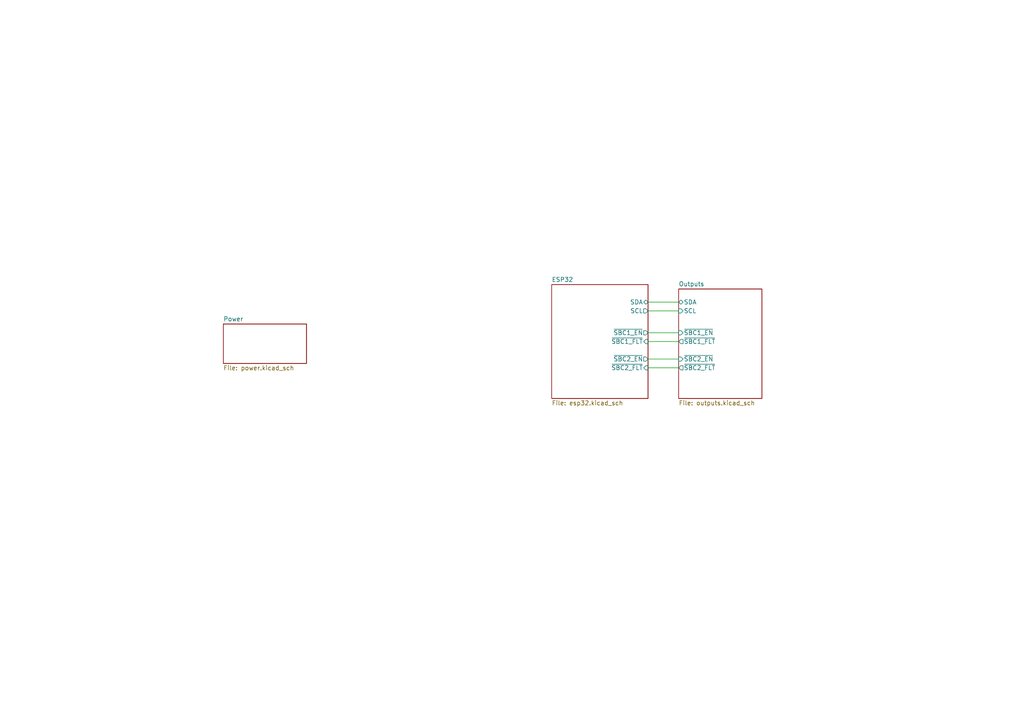
<source format=kicad_sch>
(kicad_sch (version 20211123) (generator eeschema)
  (paper "A4")
  (lib_symbols)
  (wire (pts (xy 187.96 96.52) (xy 196.85 96.52)))
  (wire (pts (xy 187.96 99.06) (xy 196.85 99.06)))
  (wire (pts (xy 187.96 104.14) (xy 196.85 104.14)))
  (wire (pts (xy 187.96 90.17) (xy 196.85 90.17)))
  (wire (pts (xy 187.96 87.63) (xy 196.85 87.63)))
  (wire (pts (xy 187.96 106.68) (xy 196.85 106.68)))
  (sheet (at 64.77 93.98) (size 24.13 11.43) (stroke (width 0.1524))
    (property "Sheet name" "Power" (at 64.77 93.2684 0) (effects (justify left bottom)))
    (property "Sheet file" "power.kicad_sch" (at 64.77 105.9946 0) (effects (justify left top)))
  )
  (sheet (at 196.85 83.82) (size 24.13 31.75) (stroke (width 0.1524))
    (property "Sheet name" "Outputs" (at 196.85 83.1084 0) (effects (justify left bottom)))
    (property "Sheet file" "outputs.kicad_sch" (at 196.85 116.1546 0) (effects (justify left top)))
    (pin "SDA" bidirectional (at 196.85 87.63 180))
    (pin "SCL" input (at 196.85 90.17 180))
    (pin "~{SBC1_FLT}" output (at 196.85 99.06 180))
    (pin "~{SBC2_FLT}" output (at 196.85 106.68 180))
    (pin "~{SBC2_EN}" input (at 196.85 104.14 180))
    (pin "~{SBC1_EN}" input (at 196.85 96.52 180))
  )
  (sheet (at 160.02 82.55) (size 27.94 33.02) (stroke (width 0.1524))
    (property "Sheet name" "ESP32" (at 160.02 81.8384 0) (effects (justify left bottom)))
    (property "Sheet file" "esp32.kicad_sch" (at 160.02 116.1546 0) (effects (justify left top)))
    (pin "SDA" bidirectional (at 187.96 87.63 0))
    (pin "SCL" output (at 187.96 90.17 0))
    (pin "~{SBC1_EN}" output (at 187.96 96.52 0))
    (pin "~{SBC2_EN}" output (at 187.96 104.14 0))
    (pin "~{SBC1_FLT}" input (at 187.96 99.06 0))
    (pin "~{SBC2_FLT}" input (at 187.96 106.68 0))
  )
)
</source>
